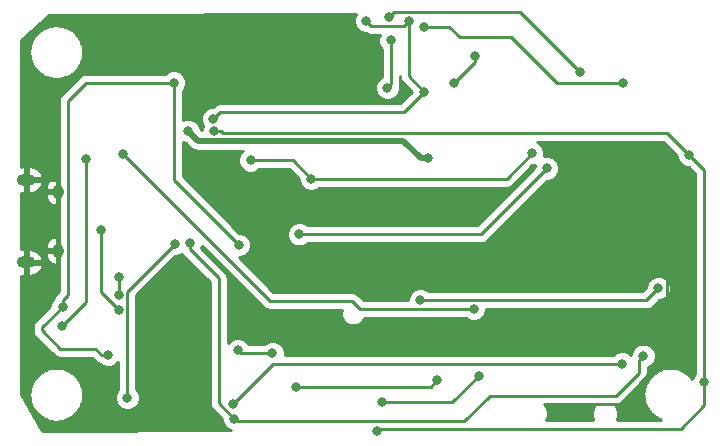
<source format=gbl>
G04 #@! TF.GenerationSoftware,KiCad,Pcbnew,no-vcs-found-ecdfa40~58~ubuntu16.04.1*
G04 #@! TF.CreationDate,2017-03-20T23:32:10+01:00*
G04 #@! TF.ProjectId,GhostESP32,47686F737445535033322E6B69636164,rev?*
G04 #@! TF.FileFunction,Copper,L2,Bot,Signal*
G04 #@! TF.FilePolarity,Positive*
%FSLAX46Y46*%
G04 Gerber Fmt 4.6, Leading zero omitted, Abs format (unit mm)*
G04 Created by KiCad (PCBNEW no-vcs-found-ecdfa40~58~ubuntu16.04.1) date Mon Mar 20 23:32:10 2017*
%MOMM*%
%LPD*%
G01*
G04 APERTURE LIST*
%ADD10C,0.100000*%
%ADD11O,1.550000X1.000000*%
%ADD12O,0.950000X1.250000*%
%ADD13C,0.800000*%
%ADD14C,0.250000*%
%ADD15C,0.500000*%
%ADD16C,0.254000*%
G04 APERTURE END LIST*
D10*
D11*
X118441480Y-92527000D03*
X118441480Y-85527000D03*
D12*
X121141480Y-91527000D03*
X121141480Y-86527000D03*
D13*
X141932660Y-92105480D03*
X161914840Y-92377260D03*
X120081040Y-77718920D03*
X139898120Y-78216760D03*
X130395980Y-74477880D03*
X136466580Y-78458060D03*
X173385480Y-90563700D03*
X164879020Y-105641140D03*
X132138420Y-81401920D03*
X152427940Y-83718400D03*
X121437400Y-97891600D03*
X123459240Y-83807300D03*
X149164040Y-71744949D03*
X125379480Y-100365560D03*
X136324340Y-99931220D03*
X139270740Y-100197920D03*
X141279880Y-103035100D03*
X153182320Y-102514400D03*
X121500900Y-96271080D03*
X130924300Y-77304900D03*
X136428480Y-91038680D03*
X165328600Y-76433680D03*
X148564600Y-104353360D03*
X156753560Y-102113080D03*
X174576740Y-83451700D03*
X134342154Y-81362170D03*
X148137880Y-106768900D03*
X175813720Y-102628700D03*
X171954350Y-94701360D03*
X151791071Y-95744190D03*
X161244280Y-83284060D03*
X137411890Y-83885142D03*
X149006560Y-77731620D03*
X149280880Y-73731120D03*
X142539720Y-85430360D03*
X134274957Y-80364418D03*
X152118060Y-78054200D03*
X150789640Y-72113140D03*
X147203160Y-72069960D03*
X126264830Y-95287094D03*
X126286260Y-93731080D03*
X126264830Y-96578420D03*
X124714000Y-89766140D03*
X126585980Y-83334860D03*
X156321760Y-96469200D03*
X126989840Y-103973470D03*
X131015740Y-90967560D03*
X168894760Y-101100769D03*
X135925560Y-104487980D03*
X132267960Y-90840560D03*
X136037320Y-105740200D03*
X170675300Y-100431600D03*
X162491420Y-84559140D03*
X141541500Y-90142060D03*
X156418280Y-75084940D03*
X154659242Y-77354908D03*
X168988740Y-77376020D03*
X152067260Y-72555100D03*
D14*
X161914840Y-92377260D02*
X142204440Y-92377260D01*
X142204440Y-92377260D02*
X141932660Y-92105480D01*
X121141480Y-86527000D02*
X121141480Y-85652000D01*
X121141480Y-85652000D02*
X121016480Y-85527000D01*
X121016480Y-85527000D02*
X118441480Y-85527000D01*
X120081040Y-77718920D02*
X121767600Y-77718920D01*
X125008640Y-74477880D02*
X130395980Y-74477880D01*
X121767600Y-77718920D02*
X125008640Y-74477880D01*
X139898120Y-78216760D02*
X136707880Y-78216760D01*
X136707880Y-78216760D02*
X136466580Y-78458060D01*
X136466580Y-78458060D02*
X134376160Y-78458060D01*
X134376160Y-78458060D02*
X130395980Y-74477880D01*
X172679360Y-100451920D02*
X172679360Y-91269820D01*
X172679360Y-91269820D02*
X173385480Y-90563700D01*
X170345100Y-102786180D02*
X172679360Y-100451920D01*
X170345100Y-103830120D02*
X170345100Y-102786180D01*
X169699441Y-104475779D02*
X170345100Y-103830120D01*
X164879020Y-105641140D02*
X166044381Y-104475779D01*
X166044381Y-104475779D02*
X169699441Y-104475779D01*
D15*
X150356035Y-82212180D02*
X132948680Y-82212180D01*
X132948680Y-82212180D02*
X132138420Y-81401920D01*
X151862255Y-83718400D02*
X150356035Y-82212180D01*
X152427940Y-83718400D02*
X151862255Y-83718400D01*
D14*
X123459240Y-83807300D02*
X123459240Y-95869760D01*
X123459240Y-95869760D02*
X121437400Y-97891600D01*
X165328600Y-76433680D02*
X160239870Y-71344950D01*
X160239870Y-71344950D02*
X149564039Y-71344950D01*
X149564039Y-71344950D02*
X149164040Y-71744949D01*
X119738140Y-98285300D02*
X119738140Y-98033840D01*
X119738140Y-98033840D02*
X121500900Y-96271080D01*
X121282460Y-99829620D02*
X119738140Y-98285300D01*
X124277855Y-99829620D02*
X121282460Y-99829620D01*
X125379480Y-100365560D02*
X124813795Y-100365560D01*
X124813795Y-100365560D02*
X124277855Y-99829620D01*
X139270740Y-100197920D02*
X136591040Y-100197920D01*
X136591040Y-100197920D02*
X136324340Y-99931220D01*
X153182320Y-102514400D02*
X152661620Y-103035100D01*
X152661620Y-103035100D02*
X141279880Y-103035100D01*
X121941490Y-78865630D02*
X123502220Y-77304900D01*
X123502220Y-77304900D02*
X130924300Y-77304900D01*
X121500900Y-96271080D02*
X121500900Y-95705395D01*
X121500900Y-95705395D02*
X121941490Y-95264805D01*
X121941490Y-95264805D02*
X121941490Y-78865630D01*
X136428480Y-91038680D02*
X130924300Y-85534500D01*
X130924300Y-85534500D02*
X130924300Y-77304900D01*
X156753560Y-102113080D02*
X154513280Y-104353360D01*
X154513280Y-104353360D02*
X148564600Y-104353360D01*
X175813720Y-102628700D02*
X175813720Y-84688680D01*
X172687870Y-81562830D02*
X174576740Y-83451700D01*
X175813720Y-84688680D02*
X174576740Y-83451700D01*
X135108499Y-81562830D02*
X172687870Y-81562830D01*
X134342154Y-81362170D02*
X134907839Y-81362170D01*
X134907839Y-81362170D02*
X135108499Y-81562830D01*
X173827440Y-106611420D02*
X148295360Y-106611420D01*
X148295360Y-106611420D02*
X148137880Y-106768900D01*
X175813720Y-104625140D02*
X173827440Y-106611420D01*
X175813720Y-102628700D02*
X175813720Y-104625140D01*
X170911520Y-95744190D02*
X171954350Y-94701360D01*
X151791071Y-95744190D02*
X170911520Y-95744190D01*
X159097980Y-85430360D02*
X161244280Y-83284060D01*
X142539720Y-85430360D02*
X159097980Y-85430360D01*
X140994502Y-83885142D02*
X137411890Y-83885142D01*
X142539720Y-85430360D02*
X140994502Y-83885142D01*
X149280880Y-73731120D02*
X149280880Y-77457300D01*
X149280880Y-77457300D02*
X149006560Y-77731620D01*
X150369201Y-79803059D02*
X134836316Y-79803059D01*
X152118060Y-78054200D02*
X150369201Y-79803059D01*
X134836316Y-79803059D02*
X134274957Y-80364418D01*
X150789640Y-72113140D02*
X150789640Y-76725780D01*
X150789640Y-76725780D02*
X152118060Y-78054200D01*
X147203160Y-72069960D02*
X147603159Y-72469959D01*
X147603159Y-72469959D02*
X150432821Y-72469959D01*
X150432821Y-72469959D02*
X150789640Y-72113140D01*
X126286260Y-95265664D02*
X126264830Y-95287094D01*
X126286260Y-93731080D02*
X126286260Y-95265664D01*
X124714000Y-95027590D02*
X126264830Y-96578420D01*
X124714000Y-89766140D02*
X124714000Y-95027590D01*
X146004182Y-95788480D02*
X139039600Y-95788480D01*
X139039600Y-95788480D02*
X126585980Y-83334860D01*
X156321760Y-96469200D02*
X146684902Y-96469200D01*
X146684902Y-96469200D02*
X146004182Y-95788480D01*
X126989840Y-94993460D02*
X126989840Y-103973470D01*
X131015740Y-90967560D02*
X126989840Y-94993460D01*
X135925560Y-104487980D02*
X139312771Y-101100769D01*
X139312771Y-101100769D02*
X168894760Y-101100769D01*
X134706360Y-93844645D02*
X134706360Y-104409240D01*
X134706360Y-104409240D02*
X136037320Y-105740200D01*
X132267960Y-90840560D02*
X132267960Y-91406245D01*
X132267960Y-91406245D02*
X134706360Y-93844645D01*
X155508960Y-105971340D02*
X136268460Y-105971340D01*
X136268460Y-105971340D02*
X136037320Y-105740200D01*
X157685740Y-103794560D02*
X155508960Y-105971340D01*
X168333420Y-103794560D02*
X157685740Y-103794560D01*
X170275301Y-101852679D02*
X168333420Y-103794560D01*
X170675300Y-100431600D02*
X170275301Y-100831599D01*
X170275301Y-100831599D02*
X170275301Y-101852679D01*
X156908500Y-90142060D02*
X162491420Y-84559140D01*
X141541500Y-90142060D02*
X156908500Y-90142060D01*
X154659242Y-77354908D02*
X156418280Y-75595870D01*
X156418280Y-75595870D02*
X156418280Y-75084940D01*
X159430720Y-73472040D02*
X163334700Y-77376020D01*
X163334700Y-77376020D02*
X168988740Y-77376020D01*
X155143223Y-73472040D02*
X159430720Y-73472040D01*
X152067260Y-72555100D02*
X154226283Y-72555100D01*
X154226283Y-72555100D02*
X155143223Y-73472040D01*
D16*
G36*
X146168340Y-71863183D02*
X146167981Y-72274931D01*
X146325218Y-72655475D01*
X146616114Y-72946879D01*
X146996383Y-73104780D01*
X147211839Y-73104968D01*
X147312320Y-73172107D01*
X147603159Y-73229959D01*
X148368299Y-73229959D01*
X148246060Y-73524343D01*
X148245701Y-73936091D01*
X148402938Y-74316635D01*
X148520880Y-74434783D01*
X148520880Y-76812427D01*
X148421045Y-76853678D01*
X148129641Y-77144574D01*
X147971740Y-77524843D01*
X147971381Y-77936591D01*
X148128618Y-78317135D01*
X148419514Y-78608539D01*
X148799783Y-78766440D01*
X149211531Y-78766799D01*
X149592075Y-78609562D01*
X149883479Y-78318666D01*
X150041380Y-77938397D01*
X150041739Y-77526649D01*
X150031847Y-77502709D01*
X150040880Y-77457300D01*
X150040880Y-76782287D01*
X150087492Y-77016619D01*
X150252239Y-77263181D01*
X151043258Y-78054200D01*
X150054399Y-79043059D01*
X134836316Y-79043059D01*
X134545477Y-79100911D01*
X134298915Y-79265658D01*
X134235190Y-79329383D01*
X134069986Y-79329239D01*
X133689442Y-79486476D01*
X133398038Y-79777372D01*
X133240137Y-80157641D01*
X133239778Y-80569389D01*
X133394837Y-80944662D01*
X133307334Y-81155393D01*
X133307191Y-81319112D01*
X133165551Y-81177472D01*
X133016362Y-80816405D01*
X132725466Y-80525001D01*
X132345197Y-80367100D01*
X131933449Y-80366741D01*
X131684300Y-80469687D01*
X131684300Y-78008661D01*
X131801219Y-77891946D01*
X131959120Y-77511677D01*
X131959479Y-77099929D01*
X131802242Y-76719385D01*
X131511346Y-76427981D01*
X131131077Y-76270080D01*
X130719329Y-76269721D01*
X130338785Y-76426958D01*
X130220637Y-76544900D01*
X123502220Y-76544900D01*
X123211381Y-76602752D01*
X122964819Y-76767499D01*
X121404089Y-78328229D01*
X121239342Y-78574791D01*
X121181490Y-78865630D01*
X121181490Y-94950003D01*
X120963499Y-95167994D01*
X120798752Y-95414556D01*
X120775170Y-95533108D01*
X120623981Y-95684034D01*
X120466080Y-96064303D01*
X120465934Y-96231244D01*
X119200739Y-97496439D01*
X119035992Y-97743001D01*
X118978140Y-98033840D01*
X118978140Y-98285300D01*
X119035992Y-98576139D01*
X119200739Y-98822701D01*
X120745059Y-100367021D01*
X120991620Y-100531768D01*
X121282460Y-100589620D01*
X123963053Y-100589620D01*
X124276394Y-100902961D01*
X124522956Y-101067708D01*
X124641508Y-101091290D01*
X124792434Y-101242479D01*
X125172703Y-101400380D01*
X125584451Y-101400739D01*
X125964995Y-101243502D01*
X126229840Y-100979119D01*
X126229840Y-103269709D01*
X126112921Y-103386424D01*
X125955020Y-103766693D01*
X125954661Y-104178441D01*
X126111898Y-104558985D01*
X126402794Y-104850389D01*
X126783063Y-105008290D01*
X127194811Y-105008649D01*
X127575355Y-104851412D01*
X127866759Y-104560516D01*
X128024660Y-104180247D01*
X128025019Y-103768499D01*
X127867782Y-103387955D01*
X127749840Y-103269807D01*
X127749840Y-95308262D01*
X131055507Y-92002595D01*
X131220711Y-92002739D01*
X131601255Y-91845502D01*
X131639483Y-91807341D01*
X131730559Y-91943646D01*
X133946360Y-94159447D01*
X133946360Y-104409240D01*
X134004212Y-104700079D01*
X134168959Y-104946641D01*
X135002285Y-105779967D01*
X135002141Y-105945171D01*
X135159378Y-106325715D01*
X135450274Y-106617119D01*
X135759178Y-106745387D01*
X119795571Y-106766265D01*
X117968007Y-103651821D01*
X118683630Y-103651821D01*
X118690243Y-103718980D01*
X118683630Y-103786135D01*
X118714380Y-104098285D01*
X118733964Y-104162840D01*
X118740576Y-104229976D01*
X118831626Y-104530126D01*
X118863431Y-104589629D01*
X118883017Y-104654193D01*
X119030877Y-104930813D01*
X119073670Y-104982955D01*
X119105465Y-105042444D01*
X119304435Y-105284904D01*
X119356602Y-105327718D01*
X119399416Y-105379885D01*
X119641876Y-105578855D01*
X119701365Y-105610650D01*
X119753507Y-105653443D01*
X120030127Y-105801303D01*
X120094691Y-105820889D01*
X120154194Y-105852694D01*
X120454344Y-105943744D01*
X120521477Y-105950356D01*
X120586031Y-105969940D01*
X120898161Y-106000690D01*
X120965320Y-105994077D01*
X121032475Y-106000690D01*
X121344625Y-105969940D01*
X121409175Y-105950358D01*
X121476310Y-105943746D01*
X121776470Y-105852696D01*
X121835981Y-105820887D01*
X121900552Y-105801298D01*
X122177162Y-105653438D01*
X122229299Y-105610648D01*
X122288784Y-105578855D01*
X122531244Y-105379885D01*
X122574054Y-105327724D01*
X122626214Y-105284917D01*
X122825194Y-105042457D01*
X122856995Y-104982962D01*
X122899793Y-104930813D01*
X123047653Y-104654193D01*
X123067242Y-104589619D01*
X123099050Y-104530106D01*
X123190090Y-104229956D01*
X123196699Y-104162830D01*
X123216280Y-104098285D01*
X123247030Y-103786134D01*
X123240417Y-103718980D01*
X123247030Y-103651821D01*
X123216280Y-103339691D01*
X123196700Y-103275151D01*
X123190092Y-103208030D01*
X123099052Y-102907870D01*
X123067240Y-102848349D01*
X123047648Y-102783768D01*
X122899788Y-102507158D01*
X122856992Y-102455014D01*
X122825194Y-102395523D01*
X122626214Y-102153063D01*
X122574059Y-102110261D01*
X122531257Y-102058106D01*
X122288797Y-101859126D01*
X122229306Y-101827328D01*
X122177162Y-101784532D01*
X121900552Y-101636672D01*
X121835971Y-101617080D01*
X121776450Y-101585268D01*
X121476290Y-101494228D01*
X121409170Y-101487620D01*
X121344629Y-101468040D01*
X121032499Y-101437290D01*
X120965340Y-101443903D01*
X120898186Y-101437290D01*
X120586035Y-101468040D01*
X120521490Y-101487621D01*
X120454364Y-101494230D01*
X120154214Y-101585270D01*
X120094701Y-101617078D01*
X120030127Y-101636667D01*
X119753507Y-101784527D01*
X119701358Y-101827325D01*
X119641863Y-101859126D01*
X119399403Y-102058106D01*
X119356596Y-102110266D01*
X119304435Y-102153076D01*
X119105465Y-102395536D01*
X119073672Y-102455021D01*
X119030882Y-102507158D01*
X118883022Y-102783768D01*
X118863433Y-102848339D01*
X118831624Y-102907850D01*
X118740574Y-103208010D01*
X118733963Y-103275141D01*
X118714380Y-103339691D01*
X118683630Y-103651821D01*
X117968007Y-103651821D01*
X117952599Y-103625565D01*
X117975422Y-93641637D01*
X118039480Y-93662000D01*
X118314480Y-93662000D01*
X118314480Y-92654000D01*
X118568480Y-92654000D01*
X118568480Y-93662000D01*
X118843480Y-93662000D01*
X119268158Y-93527002D01*
X119608848Y-93239763D01*
X119810599Y-92828874D01*
X119684434Y-92654000D01*
X118568480Y-92654000D01*
X118314480Y-92654000D01*
X118294480Y-92654000D01*
X118294480Y-92400000D01*
X118314480Y-92400000D01*
X118314480Y-91392000D01*
X118568480Y-91392000D01*
X118568480Y-92400000D01*
X119684434Y-92400000D01*
X119810599Y-92225126D01*
X119615671Y-91828131D01*
X120040251Y-91828131D01*
X120181912Y-92238049D01*
X120469659Y-92562552D01*
X120843542Y-92746268D01*
X121014480Y-92619734D01*
X121014480Y-91654000D01*
X120188917Y-91654000D01*
X120040251Y-91828131D01*
X119615671Y-91828131D01*
X119608848Y-91814237D01*
X119268158Y-91526998D01*
X118843480Y-91392000D01*
X118568480Y-91392000D01*
X118314480Y-91392000D01*
X118039480Y-91392000D01*
X117980522Y-91410742D01*
X117980944Y-91225869D01*
X120040251Y-91225869D01*
X120188917Y-91400000D01*
X121014480Y-91400000D01*
X121014480Y-90434266D01*
X120843542Y-90307732D01*
X120469659Y-90491448D01*
X120181912Y-90815951D01*
X120040251Y-91225869D01*
X117980944Y-91225869D01*
X117990998Y-86828131D01*
X120040251Y-86828131D01*
X120181912Y-87238049D01*
X120469659Y-87562552D01*
X120843542Y-87746268D01*
X121014480Y-87619734D01*
X121014480Y-86654000D01*
X120188917Y-86654000D01*
X120040251Y-86828131D01*
X117990998Y-86828131D01*
X117991413Y-86646720D01*
X118039480Y-86662000D01*
X118314480Y-86662000D01*
X118314480Y-85654000D01*
X118568480Y-85654000D01*
X118568480Y-86662000D01*
X118843480Y-86662000D01*
X119268158Y-86527002D01*
X119608848Y-86239763D01*
X119615670Y-86225869D01*
X120040251Y-86225869D01*
X120188917Y-86400000D01*
X121014480Y-86400000D01*
X121014480Y-85434266D01*
X120843542Y-85307732D01*
X120469659Y-85491448D01*
X120181912Y-85815951D01*
X120040251Y-86225869D01*
X119615670Y-86225869D01*
X119810599Y-85828874D01*
X119684434Y-85654000D01*
X118568480Y-85654000D01*
X118314480Y-85654000D01*
X118294480Y-85654000D01*
X118294480Y-85400000D01*
X118314480Y-85400000D01*
X118314480Y-84392000D01*
X118568480Y-84392000D01*
X118568480Y-85400000D01*
X119684434Y-85400000D01*
X119810599Y-85225126D01*
X119608848Y-84814237D01*
X119268158Y-84526998D01*
X118843480Y-84392000D01*
X118568480Y-84392000D01*
X118314480Y-84392000D01*
X118039480Y-84392000D01*
X117996536Y-84405651D01*
X118018833Y-74651815D01*
X118683631Y-74651815D01*
X118690244Y-74718980D01*
X118683631Y-74786145D01*
X118714381Y-75098245D01*
X118733960Y-75162780D01*
X118740567Y-75229896D01*
X118831617Y-75530096D01*
X118863432Y-75589623D01*
X118883027Y-75654211D01*
X119030887Y-75930811D01*
X119073657Y-75982922D01*
X119105430Y-76042381D01*
X119304400Y-76284881D01*
X119356565Y-76327701D01*
X119399377Y-76379873D01*
X119641837Y-76578872D01*
X119701395Y-76610710D01*
X119753609Y-76653547D01*
X120030230Y-76801348D01*
X120094695Y-76820892D01*
X120154094Y-76852653D01*
X120454244Y-76943754D01*
X120521481Y-76950386D01*
X120586139Y-76969991D01*
X120898269Y-77000690D01*
X120965315Y-76994077D01*
X121032366Y-77000691D01*
X121344516Y-76969991D01*
X121409174Y-76950387D01*
X121476410Y-76943755D01*
X121776570Y-76852655D01*
X121835980Y-76820889D01*
X121900450Y-76801342D01*
X122177060Y-76653542D01*
X122229266Y-76610710D01*
X122288823Y-76578873D01*
X122531283Y-76379873D01*
X122574091Y-76327706D01*
X122626249Y-76284894D01*
X122825229Y-76042394D01*
X122857007Y-75982929D01*
X122899783Y-75930811D01*
X123047643Y-75654211D01*
X123067241Y-75589613D01*
X123099059Y-75530076D01*
X123190099Y-75229876D01*
X123196703Y-75162770D01*
X123216279Y-75098245D01*
X123247029Y-74786145D01*
X123240416Y-74718980D01*
X123247029Y-74651815D01*
X123216279Y-74339715D01*
X123196703Y-74275190D01*
X123190099Y-74208084D01*
X123099059Y-73907884D01*
X123067241Y-73848347D01*
X123047643Y-73783749D01*
X122899783Y-73507149D01*
X122857007Y-73455031D01*
X122825229Y-73395566D01*
X122626249Y-73153066D01*
X122574028Y-73110202D01*
X122531153Y-73057980D01*
X122288693Y-72859080D01*
X122229287Y-72827342D01*
X122177230Y-72784608D01*
X121900620Y-72636708D01*
X121835963Y-72617085D01*
X121776370Y-72585244D01*
X121476210Y-72494244D01*
X121409183Y-72487653D01*
X121344737Y-72468091D01*
X121032607Y-72437291D01*
X120965345Y-72443903D01*
X120898077Y-72437290D01*
X120585927Y-72468090D01*
X120521474Y-72487654D01*
X120454444Y-72494246D01*
X120154294Y-72585246D01*
X120094709Y-72617083D01*
X120030060Y-72636703D01*
X119753439Y-72784603D01*
X119701377Y-72827340D01*
X119641967Y-72859080D01*
X119399507Y-73057980D01*
X119356628Y-73110207D01*
X119304400Y-73153079D01*
X119105430Y-73395579D01*
X119073657Y-73455038D01*
X119030887Y-73507149D01*
X118883027Y-73783749D01*
X118863432Y-73848337D01*
X118831617Y-73907864D01*
X118740567Y-74208064D01*
X118733960Y-74275180D01*
X118714381Y-74339715D01*
X118683631Y-74651815D01*
X118018833Y-74651815D01*
X118020975Y-73715019D01*
X120334650Y-71539033D01*
X146317384Y-71504244D01*
X146168340Y-71863183D01*
X146168340Y-71863183D01*
G37*
X146168340Y-71863183D02*
X146167981Y-72274931D01*
X146325218Y-72655475D01*
X146616114Y-72946879D01*
X146996383Y-73104780D01*
X147211839Y-73104968D01*
X147312320Y-73172107D01*
X147603159Y-73229959D01*
X148368299Y-73229959D01*
X148246060Y-73524343D01*
X148245701Y-73936091D01*
X148402938Y-74316635D01*
X148520880Y-74434783D01*
X148520880Y-76812427D01*
X148421045Y-76853678D01*
X148129641Y-77144574D01*
X147971740Y-77524843D01*
X147971381Y-77936591D01*
X148128618Y-78317135D01*
X148419514Y-78608539D01*
X148799783Y-78766440D01*
X149211531Y-78766799D01*
X149592075Y-78609562D01*
X149883479Y-78318666D01*
X150041380Y-77938397D01*
X150041739Y-77526649D01*
X150031847Y-77502709D01*
X150040880Y-77457300D01*
X150040880Y-76782287D01*
X150087492Y-77016619D01*
X150252239Y-77263181D01*
X151043258Y-78054200D01*
X150054399Y-79043059D01*
X134836316Y-79043059D01*
X134545477Y-79100911D01*
X134298915Y-79265658D01*
X134235190Y-79329383D01*
X134069986Y-79329239D01*
X133689442Y-79486476D01*
X133398038Y-79777372D01*
X133240137Y-80157641D01*
X133239778Y-80569389D01*
X133394837Y-80944662D01*
X133307334Y-81155393D01*
X133307191Y-81319112D01*
X133165551Y-81177472D01*
X133016362Y-80816405D01*
X132725466Y-80525001D01*
X132345197Y-80367100D01*
X131933449Y-80366741D01*
X131684300Y-80469687D01*
X131684300Y-78008661D01*
X131801219Y-77891946D01*
X131959120Y-77511677D01*
X131959479Y-77099929D01*
X131802242Y-76719385D01*
X131511346Y-76427981D01*
X131131077Y-76270080D01*
X130719329Y-76269721D01*
X130338785Y-76426958D01*
X130220637Y-76544900D01*
X123502220Y-76544900D01*
X123211381Y-76602752D01*
X122964819Y-76767499D01*
X121404089Y-78328229D01*
X121239342Y-78574791D01*
X121181490Y-78865630D01*
X121181490Y-94950003D01*
X120963499Y-95167994D01*
X120798752Y-95414556D01*
X120775170Y-95533108D01*
X120623981Y-95684034D01*
X120466080Y-96064303D01*
X120465934Y-96231244D01*
X119200739Y-97496439D01*
X119035992Y-97743001D01*
X118978140Y-98033840D01*
X118978140Y-98285300D01*
X119035992Y-98576139D01*
X119200739Y-98822701D01*
X120745059Y-100367021D01*
X120991620Y-100531768D01*
X121282460Y-100589620D01*
X123963053Y-100589620D01*
X124276394Y-100902961D01*
X124522956Y-101067708D01*
X124641508Y-101091290D01*
X124792434Y-101242479D01*
X125172703Y-101400380D01*
X125584451Y-101400739D01*
X125964995Y-101243502D01*
X126229840Y-100979119D01*
X126229840Y-103269709D01*
X126112921Y-103386424D01*
X125955020Y-103766693D01*
X125954661Y-104178441D01*
X126111898Y-104558985D01*
X126402794Y-104850389D01*
X126783063Y-105008290D01*
X127194811Y-105008649D01*
X127575355Y-104851412D01*
X127866759Y-104560516D01*
X128024660Y-104180247D01*
X128025019Y-103768499D01*
X127867782Y-103387955D01*
X127749840Y-103269807D01*
X127749840Y-95308262D01*
X131055507Y-92002595D01*
X131220711Y-92002739D01*
X131601255Y-91845502D01*
X131639483Y-91807341D01*
X131730559Y-91943646D01*
X133946360Y-94159447D01*
X133946360Y-104409240D01*
X134004212Y-104700079D01*
X134168959Y-104946641D01*
X135002285Y-105779967D01*
X135002141Y-105945171D01*
X135159378Y-106325715D01*
X135450274Y-106617119D01*
X135759178Y-106745387D01*
X119795571Y-106766265D01*
X117968007Y-103651821D01*
X118683630Y-103651821D01*
X118690243Y-103718980D01*
X118683630Y-103786135D01*
X118714380Y-104098285D01*
X118733964Y-104162840D01*
X118740576Y-104229976D01*
X118831626Y-104530126D01*
X118863431Y-104589629D01*
X118883017Y-104654193D01*
X119030877Y-104930813D01*
X119073670Y-104982955D01*
X119105465Y-105042444D01*
X119304435Y-105284904D01*
X119356602Y-105327718D01*
X119399416Y-105379885D01*
X119641876Y-105578855D01*
X119701365Y-105610650D01*
X119753507Y-105653443D01*
X120030127Y-105801303D01*
X120094691Y-105820889D01*
X120154194Y-105852694D01*
X120454344Y-105943744D01*
X120521477Y-105950356D01*
X120586031Y-105969940D01*
X120898161Y-106000690D01*
X120965320Y-105994077D01*
X121032475Y-106000690D01*
X121344625Y-105969940D01*
X121409175Y-105950358D01*
X121476310Y-105943746D01*
X121776470Y-105852696D01*
X121835981Y-105820887D01*
X121900552Y-105801298D01*
X122177162Y-105653438D01*
X122229299Y-105610648D01*
X122288784Y-105578855D01*
X122531244Y-105379885D01*
X122574054Y-105327724D01*
X122626214Y-105284917D01*
X122825194Y-105042457D01*
X122856995Y-104982962D01*
X122899793Y-104930813D01*
X123047653Y-104654193D01*
X123067242Y-104589619D01*
X123099050Y-104530106D01*
X123190090Y-104229956D01*
X123196699Y-104162830D01*
X123216280Y-104098285D01*
X123247030Y-103786134D01*
X123240417Y-103718980D01*
X123247030Y-103651821D01*
X123216280Y-103339691D01*
X123196700Y-103275151D01*
X123190092Y-103208030D01*
X123099052Y-102907870D01*
X123067240Y-102848349D01*
X123047648Y-102783768D01*
X122899788Y-102507158D01*
X122856992Y-102455014D01*
X122825194Y-102395523D01*
X122626214Y-102153063D01*
X122574059Y-102110261D01*
X122531257Y-102058106D01*
X122288797Y-101859126D01*
X122229306Y-101827328D01*
X122177162Y-101784532D01*
X121900552Y-101636672D01*
X121835971Y-101617080D01*
X121776450Y-101585268D01*
X121476290Y-101494228D01*
X121409170Y-101487620D01*
X121344629Y-101468040D01*
X121032499Y-101437290D01*
X120965340Y-101443903D01*
X120898186Y-101437290D01*
X120586035Y-101468040D01*
X120521490Y-101487621D01*
X120454364Y-101494230D01*
X120154214Y-101585270D01*
X120094701Y-101617078D01*
X120030127Y-101636667D01*
X119753507Y-101784527D01*
X119701358Y-101827325D01*
X119641863Y-101859126D01*
X119399403Y-102058106D01*
X119356596Y-102110266D01*
X119304435Y-102153076D01*
X119105465Y-102395536D01*
X119073672Y-102455021D01*
X119030882Y-102507158D01*
X118883022Y-102783768D01*
X118863433Y-102848339D01*
X118831624Y-102907850D01*
X118740574Y-103208010D01*
X118733963Y-103275141D01*
X118714380Y-103339691D01*
X118683630Y-103651821D01*
X117968007Y-103651821D01*
X117952599Y-103625565D01*
X117975422Y-93641637D01*
X118039480Y-93662000D01*
X118314480Y-93662000D01*
X118314480Y-92654000D01*
X118568480Y-92654000D01*
X118568480Y-93662000D01*
X118843480Y-93662000D01*
X119268158Y-93527002D01*
X119608848Y-93239763D01*
X119810599Y-92828874D01*
X119684434Y-92654000D01*
X118568480Y-92654000D01*
X118314480Y-92654000D01*
X118294480Y-92654000D01*
X118294480Y-92400000D01*
X118314480Y-92400000D01*
X118314480Y-91392000D01*
X118568480Y-91392000D01*
X118568480Y-92400000D01*
X119684434Y-92400000D01*
X119810599Y-92225126D01*
X119615671Y-91828131D01*
X120040251Y-91828131D01*
X120181912Y-92238049D01*
X120469659Y-92562552D01*
X120843542Y-92746268D01*
X121014480Y-92619734D01*
X121014480Y-91654000D01*
X120188917Y-91654000D01*
X120040251Y-91828131D01*
X119615671Y-91828131D01*
X119608848Y-91814237D01*
X119268158Y-91526998D01*
X118843480Y-91392000D01*
X118568480Y-91392000D01*
X118314480Y-91392000D01*
X118039480Y-91392000D01*
X117980522Y-91410742D01*
X117980944Y-91225869D01*
X120040251Y-91225869D01*
X120188917Y-91400000D01*
X121014480Y-91400000D01*
X121014480Y-90434266D01*
X120843542Y-90307732D01*
X120469659Y-90491448D01*
X120181912Y-90815951D01*
X120040251Y-91225869D01*
X117980944Y-91225869D01*
X117990998Y-86828131D01*
X120040251Y-86828131D01*
X120181912Y-87238049D01*
X120469659Y-87562552D01*
X120843542Y-87746268D01*
X121014480Y-87619734D01*
X121014480Y-86654000D01*
X120188917Y-86654000D01*
X120040251Y-86828131D01*
X117990998Y-86828131D01*
X117991413Y-86646720D01*
X118039480Y-86662000D01*
X118314480Y-86662000D01*
X118314480Y-85654000D01*
X118568480Y-85654000D01*
X118568480Y-86662000D01*
X118843480Y-86662000D01*
X119268158Y-86527002D01*
X119608848Y-86239763D01*
X119615670Y-86225869D01*
X120040251Y-86225869D01*
X120188917Y-86400000D01*
X121014480Y-86400000D01*
X121014480Y-85434266D01*
X120843542Y-85307732D01*
X120469659Y-85491448D01*
X120181912Y-85815951D01*
X120040251Y-86225869D01*
X119615670Y-86225869D01*
X119810599Y-85828874D01*
X119684434Y-85654000D01*
X118568480Y-85654000D01*
X118314480Y-85654000D01*
X118294480Y-85654000D01*
X118294480Y-85400000D01*
X118314480Y-85400000D01*
X118314480Y-84392000D01*
X118568480Y-84392000D01*
X118568480Y-85400000D01*
X119684434Y-85400000D01*
X119810599Y-85225126D01*
X119608848Y-84814237D01*
X119268158Y-84526998D01*
X118843480Y-84392000D01*
X118568480Y-84392000D01*
X118314480Y-84392000D01*
X118039480Y-84392000D01*
X117996536Y-84405651D01*
X118018833Y-74651815D01*
X118683631Y-74651815D01*
X118690244Y-74718980D01*
X118683631Y-74786145D01*
X118714381Y-75098245D01*
X118733960Y-75162780D01*
X118740567Y-75229896D01*
X118831617Y-75530096D01*
X118863432Y-75589623D01*
X118883027Y-75654211D01*
X119030887Y-75930811D01*
X119073657Y-75982922D01*
X119105430Y-76042381D01*
X119304400Y-76284881D01*
X119356565Y-76327701D01*
X119399377Y-76379873D01*
X119641837Y-76578872D01*
X119701395Y-76610710D01*
X119753609Y-76653547D01*
X120030230Y-76801348D01*
X120094695Y-76820892D01*
X120154094Y-76852653D01*
X120454244Y-76943754D01*
X120521481Y-76950386D01*
X120586139Y-76969991D01*
X120898269Y-77000690D01*
X120965315Y-76994077D01*
X121032366Y-77000691D01*
X121344516Y-76969991D01*
X121409174Y-76950387D01*
X121476410Y-76943755D01*
X121776570Y-76852655D01*
X121835980Y-76820889D01*
X121900450Y-76801342D01*
X122177060Y-76653542D01*
X122229266Y-76610710D01*
X122288823Y-76578873D01*
X122531283Y-76379873D01*
X122574091Y-76327706D01*
X122626249Y-76284894D01*
X122825229Y-76042394D01*
X122857007Y-75982929D01*
X122899783Y-75930811D01*
X123047643Y-75654211D01*
X123067241Y-75589613D01*
X123099059Y-75530076D01*
X123190099Y-75229876D01*
X123196703Y-75162770D01*
X123216279Y-75098245D01*
X123247029Y-74786145D01*
X123240416Y-74718980D01*
X123247029Y-74651815D01*
X123216279Y-74339715D01*
X123196703Y-74275190D01*
X123190099Y-74208084D01*
X123099059Y-73907884D01*
X123067241Y-73848347D01*
X123047643Y-73783749D01*
X122899783Y-73507149D01*
X122857007Y-73455031D01*
X122825229Y-73395566D01*
X122626249Y-73153066D01*
X122574028Y-73110202D01*
X122531153Y-73057980D01*
X122288693Y-72859080D01*
X122229287Y-72827342D01*
X122177230Y-72784608D01*
X121900620Y-72636708D01*
X121835963Y-72617085D01*
X121776370Y-72585244D01*
X121476210Y-72494244D01*
X121409183Y-72487653D01*
X121344737Y-72468091D01*
X121032607Y-72437291D01*
X120965345Y-72443903D01*
X120898077Y-72437290D01*
X120585927Y-72468090D01*
X120521474Y-72487654D01*
X120454444Y-72494246D01*
X120154294Y-72585246D01*
X120094709Y-72617083D01*
X120030060Y-72636703D01*
X119753439Y-72784603D01*
X119701377Y-72827340D01*
X119641967Y-72859080D01*
X119399507Y-73057980D01*
X119356628Y-73110207D01*
X119304400Y-73153079D01*
X119105430Y-73395579D01*
X119073657Y-73455038D01*
X119030887Y-73507149D01*
X118883027Y-73783749D01*
X118863432Y-73848337D01*
X118831617Y-73907864D01*
X118740567Y-74208064D01*
X118733960Y-74275180D01*
X118714381Y-74339715D01*
X118683631Y-74651815D01*
X118018833Y-74651815D01*
X118020975Y-73715019D01*
X120334650Y-71539033D01*
X146317384Y-71504244D01*
X146168340Y-71863183D01*
G36*
X173541705Y-83491467D02*
X173541561Y-83656671D01*
X173698798Y-84037215D01*
X173989694Y-84328619D01*
X174369963Y-84486520D01*
X174536904Y-84486666D01*
X175053720Y-85003482D01*
X175053720Y-101924939D01*
X174936801Y-102041654D01*
X174801723Y-102366959D01*
X174626340Y-102153167D01*
X174574121Y-102110294D01*
X174531255Y-102058071D01*
X174288754Y-101859091D01*
X174229289Y-101827313D01*
X174177171Y-101784537D01*
X173900571Y-101636677D01*
X173835973Y-101617079D01*
X173776436Y-101585261D01*
X173476236Y-101494221D01*
X173409130Y-101487617D01*
X173344605Y-101468041D01*
X173032505Y-101437291D01*
X172965340Y-101443904D01*
X172898175Y-101437291D01*
X172586075Y-101468041D01*
X172521550Y-101487617D01*
X172454444Y-101494221D01*
X172154244Y-101585261D01*
X172094707Y-101617079D01*
X172030109Y-101636677D01*
X171753509Y-101784537D01*
X171701391Y-101827313D01*
X171641926Y-101859091D01*
X171399426Y-102058071D01*
X171356614Y-102110229D01*
X171304447Y-102153037D01*
X171105447Y-102395497D01*
X171073610Y-102455054D01*
X171030778Y-102507260D01*
X170882978Y-102783870D01*
X170863431Y-102848340D01*
X170831665Y-102907750D01*
X170740565Y-103207910D01*
X170733933Y-103275143D01*
X170714329Y-103339800D01*
X170683629Y-103651929D01*
X170690242Y-103718979D01*
X170683629Y-103786026D01*
X170714329Y-104098176D01*
X170733934Y-104162838D01*
X170740567Y-104230076D01*
X170831667Y-104530226D01*
X170863429Y-104589627D01*
X170882973Y-104654091D01*
X171030773Y-104930711D01*
X171073608Y-104982922D01*
X171105447Y-105042483D01*
X171304447Y-105284943D01*
X171356620Y-105327756D01*
X171399439Y-105379920D01*
X171641939Y-105578890D01*
X171701398Y-105610663D01*
X171753509Y-105653433D01*
X172030109Y-105801293D01*
X172094697Y-105820888D01*
X172151823Y-105851420D01*
X168432294Y-105851420D01*
X168566783Y-105527536D01*
X168567177Y-105076005D01*
X168394747Y-104658694D01*
X168290795Y-104554560D01*
X168333420Y-104554560D01*
X168624259Y-104496708D01*
X168870821Y-104331961D01*
X170812702Y-102390080D01*
X170977449Y-102143519D01*
X170994441Y-102058095D01*
X171035301Y-101852679D01*
X171035301Y-101402722D01*
X171260815Y-101309542D01*
X171552219Y-101018646D01*
X171710120Y-100638377D01*
X171710479Y-100226629D01*
X171553242Y-99846085D01*
X171262346Y-99554681D01*
X170882077Y-99396780D01*
X170470329Y-99396421D01*
X170089785Y-99553658D01*
X169798381Y-99844554D01*
X169640480Y-100224823D01*
X169640342Y-100382663D01*
X169481806Y-100223850D01*
X169101537Y-100065949D01*
X168689789Y-100065590D01*
X168309245Y-100222827D01*
X168191097Y-100340769D01*
X140305616Y-100340769D01*
X140305919Y-99992949D01*
X140148682Y-99612405D01*
X139857786Y-99321001D01*
X139477517Y-99163100D01*
X139065769Y-99162741D01*
X138685225Y-99319978D01*
X138567077Y-99437920D01*
X137240384Y-99437920D01*
X137202282Y-99345705D01*
X136911386Y-99054301D01*
X136531117Y-98896400D01*
X136119369Y-98896041D01*
X135738825Y-99053278D01*
X135466360Y-99325268D01*
X135466360Y-93844645D01*
X135443770Y-93731080D01*
X135408508Y-93553805D01*
X135243761Y-93307244D01*
X133209206Y-91272689D01*
X133279564Y-91103246D01*
X138502199Y-96325881D01*
X138748760Y-96490628D01*
X139039600Y-96548480D01*
X145165072Y-96548480D01*
X145109932Y-96681272D01*
X145109590Y-97073129D01*
X145259231Y-97435289D01*
X145536074Y-97712615D01*
X145897972Y-97862888D01*
X146289829Y-97863230D01*
X146651989Y-97713589D01*
X146929315Y-97436746D01*
X147015496Y-97229200D01*
X155617999Y-97229200D01*
X155734714Y-97346119D01*
X156114983Y-97504020D01*
X156526731Y-97504379D01*
X156907275Y-97347142D01*
X157198679Y-97056246D01*
X157356580Y-96675977D01*
X157356730Y-96504190D01*
X170911520Y-96504190D01*
X171202359Y-96446338D01*
X171448921Y-96281591D01*
X171994117Y-95736395D01*
X172159321Y-95736539D01*
X172539865Y-95579302D01*
X172831269Y-95288406D01*
X172989170Y-94908137D01*
X172989529Y-94496389D01*
X172832292Y-94115845D01*
X172541396Y-93824441D01*
X172161127Y-93666540D01*
X171749379Y-93666181D01*
X171368835Y-93823418D01*
X171077431Y-94114314D01*
X170919530Y-94494583D01*
X170919384Y-94661524D01*
X170596718Y-94984190D01*
X152494832Y-94984190D01*
X152378117Y-94867271D01*
X151997848Y-94709370D01*
X151586100Y-94709011D01*
X151205556Y-94866248D01*
X150914152Y-95157144D01*
X150756251Y-95537413D01*
X150756101Y-95709200D01*
X146999704Y-95709200D01*
X146541583Y-95251079D01*
X146295021Y-95086332D01*
X146004182Y-95028480D01*
X139354402Y-95028480D01*
X136399577Y-92073655D01*
X136633451Y-92073859D01*
X137013995Y-91916622D01*
X137305399Y-91625726D01*
X137463300Y-91245457D01*
X137463659Y-90833709D01*
X137306422Y-90453165D01*
X137015526Y-90161761D01*
X136635257Y-90003860D01*
X136468316Y-90003714D01*
X131684300Y-85219698D01*
X131684300Y-82334035D01*
X131914572Y-82429652D01*
X132322888Y-82837967D01*
X132322890Y-82837970D01*
X132610005Y-83029813D01*
X132666196Y-83040990D01*
X132948680Y-83097181D01*
X132948685Y-83097180D01*
X136736238Y-83097180D01*
X136534971Y-83298096D01*
X136377070Y-83678365D01*
X136376711Y-84090113D01*
X136533948Y-84470657D01*
X136824844Y-84762061D01*
X137205113Y-84919962D01*
X137616861Y-84920321D01*
X137997405Y-84763084D01*
X138115553Y-84645142D01*
X140679700Y-84645142D01*
X141504685Y-85470127D01*
X141504541Y-85635331D01*
X141661778Y-86015875D01*
X141952674Y-86307279D01*
X142332943Y-86465180D01*
X142744691Y-86465539D01*
X143125235Y-86308302D01*
X143243383Y-86190360D01*
X159097980Y-86190360D01*
X159388819Y-86132508D01*
X159635381Y-85967761D01*
X161284047Y-84319095D01*
X161449251Y-84319239D01*
X161474725Y-84308713D01*
X161456600Y-84352363D01*
X161456454Y-84519304D01*
X156593698Y-89382060D01*
X142245261Y-89382060D01*
X142128546Y-89265141D01*
X141748277Y-89107240D01*
X141336529Y-89106881D01*
X140955985Y-89264118D01*
X140664581Y-89555014D01*
X140506680Y-89935283D01*
X140506321Y-90347031D01*
X140663558Y-90727575D01*
X140954454Y-91018979D01*
X141334723Y-91176880D01*
X141746471Y-91177239D01*
X142127015Y-91020002D01*
X142245163Y-90902060D01*
X156908500Y-90902060D01*
X157199339Y-90844208D01*
X157445901Y-90679461D01*
X162531187Y-85594175D01*
X162696391Y-85594319D01*
X163076935Y-85437082D01*
X163368339Y-85146186D01*
X163526240Y-84765917D01*
X163526599Y-84354169D01*
X163369362Y-83973625D01*
X163078466Y-83682221D01*
X162698197Y-83524320D01*
X162286449Y-83523961D01*
X162260975Y-83534487D01*
X162279100Y-83490837D01*
X162279459Y-83079089D01*
X162122222Y-82698545D01*
X161831326Y-82407141D01*
X161628282Y-82322830D01*
X172373068Y-82322830D01*
X173541705Y-83491467D01*
X173541705Y-83491467D01*
G37*
X173541705Y-83491467D02*
X173541561Y-83656671D01*
X173698798Y-84037215D01*
X173989694Y-84328619D01*
X174369963Y-84486520D01*
X174536904Y-84486666D01*
X175053720Y-85003482D01*
X175053720Y-101924939D01*
X174936801Y-102041654D01*
X174801723Y-102366959D01*
X174626340Y-102153167D01*
X174574121Y-102110294D01*
X174531255Y-102058071D01*
X174288754Y-101859091D01*
X174229289Y-101827313D01*
X174177171Y-101784537D01*
X173900571Y-101636677D01*
X173835973Y-101617079D01*
X173776436Y-101585261D01*
X173476236Y-101494221D01*
X173409130Y-101487617D01*
X173344605Y-101468041D01*
X173032505Y-101437291D01*
X172965340Y-101443904D01*
X172898175Y-101437291D01*
X172586075Y-101468041D01*
X172521550Y-101487617D01*
X172454444Y-101494221D01*
X172154244Y-101585261D01*
X172094707Y-101617079D01*
X172030109Y-101636677D01*
X171753509Y-101784537D01*
X171701391Y-101827313D01*
X171641926Y-101859091D01*
X171399426Y-102058071D01*
X171356614Y-102110229D01*
X171304447Y-102153037D01*
X171105447Y-102395497D01*
X171073610Y-102455054D01*
X171030778Y-102507260D01*
X170882978Y-102783870D01*
X170863431Y-102848340D01*
X170831665Y-102907750D01*
X170740565Y-103207910D01*
X170733933Y-103275143D01*
X170714329Y-103339800D01*
X170683629Y-103651929D01*
X170690242Y-103718979D01*
X170683629Y-103786026D01*
X170714329Y-104098176D01*
X170733934Y-104162838D01*
X170740567Y-104230076D01*
X170831667Y-104530226D01*
X170863429Y-104589627D01*
X170882973Y-104654091D01*
X171030773Y-104930711D01*
X171073608Y-104982922D01*
X171105447Y-105042483D01*
X171304447Y-105284943D01*
X171356620Y-105327756D01*
X171399439Y-105379920D01*
X171641939Y-105578890D01*
X171701398Y-105610663D01*
X171753509Y-105653433D01*
X172030109Y-105801293D01*
X172094697Y-105820888D01*
X172151823Y-105851420D01*
X168432294Y-105851420D01*
X168566783Y-105527536D01*
X168567177Y-105076005D01*
X168394747Y-104658694D01*
X168290795Y-104554560D01*
X168333420Y-104554560D01*
X168624259Y-104496708D01*
X168870821Y-104331961D01*
X170812702Y-102390080D01*
X170977449Y-102143519D01*
X170994441Y-102058095D01*
X171035301Y-101852679D01*
X171035301Y-101402722D01*
X171260815Y-101309542D01*
X171552219Y-101018646D01*
X171710120Y-100638377D01*
X171710479Y-100226629D01*
X171553242Y-99846085D01*
X171262346Y-99554681D01*
X170882077Y-99396780D01*
X170470329Y-99396421D01*
X170089785Y-99553658D01*
X169798381Y-99844554D01*
X169640480Y-100224823D01*
X169640342Y-100382663D01*
X169481806Y-100223850D01*
X169101537Y-100065949D01*
X168689789Y-100065590D01*
X168309245Y-100222827D01*
X168191097Y-100340769D01*
X140305616Y-100340769D01*
X140305919Y-99992949D01*
X140148682Y-99612405D01*
X139857786Y-99321001D01*
X139477517Y-99163100D01*
X139065769Y-99162741D01*
X138685225Y-99319978D01*
X138567077Y-99437920D01*
X137240384Y-99437920D01*
X137202282Y-99345705D01*
X136911386Y-99054301D01*
X136531117Y-98896400D01*
X136119369Y-98896041D01*
X135738825Y-99053278D01*
X135466360Y-99325268D01*
X135466360Y-93844645D01*
X135443770Y-93731080D01*
X135408508Y-93553805D01*
X135243761Y-93307244D01*
X133209206Y-91272689D01*
X133279564Y-91103246D01*
X138502199Y-96325881D01*
X138748760Y-96490628D01*
X139039600Y-96548480D01*
X145165072Y-96548480D01*
X145109932Y-96681272D01*
X145109590Y-97073129D01*
X145259231Y-97435289D01*
X145536074Y-97712615D01*
X145897972Y-97862888D01*
X146289829Y-97863230D01*
X146651989Y-97713589D01*
X146929315Y-97436746D01*
X147015496Y-97229200D01*
X155617999Y-97229200D01*
X155734714Y-97346119D01*
X156114983Y-97504020D01*
X156526731Y-97504379D01*
X156907275Y-97347142D01*
X157198679Y-97056246D01*
X157356580Y-96675977D01*
X157356730Y-96504190D01*
X170911520Y-96504190D01*
X171202359Y-96446338D01*
X171448921Y-96281591D01*
X171994117Y-95736395D01*
X172159321Y-95736539D01*
X172539865Y-95579302D01*
X172831269Y-95288406D01*
X172989170Y-94908137D01*
X172989529Y-94496389D01*
X172832292Y-94115845D01*
X172541396Y-93824441D01*
X172161127Y-93666540D01*
X171749379Y-93666181D01*
X171368835Y-93823418D01*
X171077431Y-94114314D01*
X170919530Y-94494583D01*
X170919384Y-94661524D01*
X170596718Y-94984190D01*
X152494832Y-94984190D01*
X152378117Y-94867271D01*
X151997848Y-94709370D01*
X151586100Y-94709011D01*
X151205556Y-94866248D01*
X150914152Y-95157144D01*
X150756251Y-95537413D01*
X150756101Y-95709200D01*
X146999704Y-95709200D01*
X146541583Y-95251079D01*
X146295021Y-95086332D01*
X146004182Y-95028480D01*
X139354402Y-95028480D01*
X136399577Y-92073655D01*
X136633451Y-92073859D01*
X137013995Y-91916622D01*
X137305399Y-91625726D01*
X137463300Y-91245457D01*
X137463659Y-90833709D01*
X137306422Y-90453165D01*
X137015526Y-90161761D01*
X136635257Y-90003860D01*
X136468316Y-90003714D01*
X131684300Y-85219698D01*
X131684300Y-82334035D01*
X131914572Y-82429652D01*
X132322888Y-82837967D01*
X132322890Y-82837970D01*
X132610005Y-83029813D01*
X132666196Y-83040990D01*
X132948680Y-83097181D01*
X132948685Y-83097180D01*
X136736238Y-83097180D01*
X136534971Y-83298096D01*
X136377070Y-83678365D01*
X136376711Y-84090113D01*
X136533948Y-84470657D01*
X136824844Y-84762061D01*
X137205113Y-84919962D01*
X137616861Y-84920321D01*
X137997405Y-84763084D01*
X138115553Y-84645142D01*
X140679700Y-84645142D01*
X141504685Y-85470127D01*
X141504541Y-85635331D01*
X141661778Y-86015875D01*
X141952674Y-86307279D01*
X142332943Y-86465180D01*
X142744691Y-86465539D01*
X143125235Y-86308302D01*
X143243383Y-86190360D01*
X159097980Y-86190360D01*
X159388819Y-86132508D01*
X159635381Y-85967761D01*
X161284047Y-84319095D01*
X161449251Y-84319239D01*
X161474725Y-84308713D01*
X161456600Y-84352363D01*
X161456454Y-84519304D01*
X156593698Y-89382060D01*
X142245261Y-89382060D01*
X142128546Y-89265141D01*
X141748277Y-89107240D01*
X141336529Y-89106881D01*
X140955985Y-89264118D01*
X140664581Y-89555014D01*
X140506680Y-89935283D01*
X140506321Y-90347031D01*
X140663558Y-90727575D01*
X140954454Y-91018979D01*
X141334723Y-91176880D01*
X141746471Y-91177239D01*
X142127015Y-91020002D01*
X142245163Y-90902060D01*
X156908500Y-90902060D01*
X157199339Y-90844208D01*
X157445901Y-90679461D01*
X162531187Y-85594175D01*
X162696391Y-85594319D01*
X163076935Y-85437082D01*
X163368339Y-85146186D01*
X163526240Y-84765917D01*
X163526599Y-84354169D01*
X163369362Y-83973625D01*
X163078466Y-83682221D01*
X162698197Y-83524320D01*
X162286449Y-83523961D01*
X162260975Y-83534487D01*
X162279100Y-83490837D01*
X162279459Y-83079089D01*
X162122222Y-82698545D01*
X161831326Y-82407141D01*
X161628282Y-82322830D01*
X172373068Y-82322830D01*
X173541705Y-83491467D01*
G36*
X166470335Y-104657015D02*
X166297177Y-105074024D01*
X166296783Y-105525555D01*
X166431428Y-105851420D01*
X162432294Y-105851420D01*
X162566783Y-105527536D01*
X162567177Y-105076005D01*
X162394747Y-104658694D01*
X162290795Y-104554560D01*
X166572969Y-104554560D01*
X166470335Y-104657015D01*
X166470335Y-104657015D01*
G37*
X166470335Y-104657015D02*
X166297177Y-105074024D01*
X166296783Y-105525555D01*
X166431428Y-105851420D01*
X162432294Y-105851420D01*
X162566783Y-105527536D01*
X162567177Y-105076005D01*
X162394747Y-104658694D01*
X162290795Y-104554560D01*
X166572969Y-104554560D01*
X166470335Y-104657015D01*
M02*

</source>
